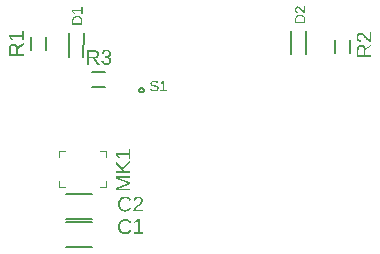
<source format=gto>
G04 EAGLE Gerber RS-274X export*
G75*
%MOMM*%
%FSLAX34Y34*%
%LPD*%
%INSilkscreen Top*%
%IPPOS*%
%AMOC8*
5,1,8,0,0,1.08239X$1,22.5*%
G01*
G04 Define Apertures*
%ADD10C,0.100000*%
%ADD11C,0.127000*%
G36*
X8850Y373234D02*
X-3491Y373234D01*
X-3491Y375432D01*
X5066Y378717D01*
X5602Y378889D01*
X6174Y379054D01*
X7028Y379269D01*
X6587Y379377D01*
X5964Y379562D01*
X5383Y379749D01*
X5066Y379864D01*
X-3491Y383087D01*
X-3491Y385233D01*
X8850Y385233D01*
X8850Y383727D01*
X617Y383727D01*
X-723Y383746D01*
X-2011Y383805D01*
X-614Y383398D01*
X-43Y383211D01*
X442Y383035D01*
X8850Y379847D01*
X8850Y378673D01*
X442Y375441D01*
X-1047Y374951D01*
X-2011Y374662D01*
X-1038Y374688D01*
X617Y374723D01*
X8850Y374723D01*
X8850Y373234D01*
G37*
G36*
X8850Y388171D02*
X-3491Y388171D01*
X-3491Y389844D01*
X2693Y389844D01*
X-3491Y395791D01*
X-3491Y397762D01*
X1869Y392507D01*
X8850Y398463D01*
X8850Y396387D01*
X2894Y391456D01*
X4120Y389844D01*
X8850Y389844D01*
X8850Y388171D01*
G37*
G36*
X8850Y400035D02*
X7510Y400035D01*
X7510Y403179D01*
X-1984Y403179D01*
X4Y400394D01*
X-1485Y400394D01*
X-3491Y403311D01*
X-3491Y404765D01*
X7510Y404765D01*
X7510Y407769D01*
X8850Y407769D01*
X8850Y400035D01*
G37*
G36*
X4359Y336142D02*
X3901Y336154D01*
X3458Y336190D01*
X3031Y336251D01*
X2620Y336336D01*
X2224Y336445D01*
X1844Y336578D01*
X1480Y336735D01*
X1132Y336917D01*
X801Y337121D01*
X491Y337346D01*
X201Y337592D01*
X-68Y337859D01*
X-318Y338146D01*
X-547Y338454D01*
X-755Y338783D01*
X-944Y339133D01*
X-1111Y339501D01*
X-1256Y339886D01*
X-1379Y340288D01*
X-1479Y340706D01*
X-1558Y341141D01*
X-1613Y341592D01*
X-1647Y342060D01*
X-1658Y342544D01*
X-1652Y342908D01*
X-1633Y343262D01*
X-1602Y343606D01*
X-1558Y343940D01*
X-1502Y344264D01*
X-1434Y344578D01*
X-1353Y344882D01*
X-1259Y345176D01*
X-1154Y345460D01*
X-1035Y345734D01*
X-761Y346252D01*
X-437Y346731D01*
X-64Y347169D01*
X354Y347561D01*
X810Y347901D01*
X1052Y348051D01*
X1304Y348188D01*
X1566Y348312D01*
X1837Y348423D01*
X2117Y348522D01*
X2408Y348606D01*
X2708Y348678D01*
X3017Y348737D01*
X3336Y348783D01*
X3665Y348816D01*
X4003Y348835D01*
X4351Y348842D01*
X4833Y348830D01*
X5295Y348794D01*
X5737Y348733D01*
X6159Y348649D01*
X6561Y348541D01*
X6942Y348408D01*
X7303Y348252D01*
X7644Y348071D01*
X7963Y347867D01*
X8261Y347639D01*
X8537Y347388D01*
X8791Y347114D01*
X9023Y346817D01*
X9233Y346496D01*
X9422Y346152D01*
X9588Y345785D01*
X8003Y345259D01*
X7887Y345521D01*
X7756Y345766D01*
X7608Y345996D01*
X7443Y346210D01*
X7263Y346408D01*
X7066Y346590D01*
X6853Y346756D01*
X6623Y346906D01*
X6380Y347040D01*
X6126Y347155D01*
X5861Y347253D01*
X5584Y347333D01*
X5297Y347395D01*
X4998Y347440D01*
X4689Y347466D01*
X4368Y347475D01*
X3870Y347455D01*
X3400Y347393D01*
X2959Y347290D01*
X2546Y347146D01*
X2162Y346960D01*
X1806Y346734D01*
X1479Y346466D01*
X1180Y346157D01*
X913Y345812D01*
X682Y345437D01*
X486Y345031D01*
X326Y344595D01*
X201Y344128D01*
X112Y343631D01*
X59Y343103D01*
X41Y342544D01*
X60Y341991D01*
X115Y341466D01*
X208Y340968D01*
X338Y340498D01*
X505Y340056D01*
X709Y339642D01*
X950Y339255D01*
X1228Y338896D01*
X1538Y338573D01*
X1874Y338293D01*
X2236Y338056D01*
X2624Y337862D01*
X3038Y337711D01*
X3479Y337603D01*
X3945Y337538D01*
X4438Y337517D01*
X4757Y337527D01*
X5066Y337557D01*
X5365Y337607D01*
X5654Y337677D01*
X5933Y337768D01*
X6201Y337878D01*
X6460Y338008D01*
X6709Y338158D01*
X6947Y338329D01*
X7176Y338519D01*
X7394Y338730D01*
X7603Y338960D01*
X7801Y339211D01*
X7989Y339482D01*
X8167Y339772D01*
X8336Y340083D01*
X9702Y339400D01*
X9502Y339013D01*
X9282Y338651D01*
X9044Y338312D01*
X8786Y337996D01*
X8508Y337705D01*
X8212Y337438D01*
X7896Y337194D01*
X7561Y336974D01*
X7209Y336779D01*
X6843Y336610D01*
X6464Y336467D01*
X6070Y336350D01*
X5663Y336259D01*
X5243Y336194D01*
X4808Y336155D01*
X4359Y336142D01*
G37*
G36*
X19500Y336317D02*
X11766Y336317D01*
X11766Y337657D01*
X14911Y337657D01*
X14911Y347151D01*
X12125Y345163D01*
X12125Y346652D01*
X15042Y348658D01*
X16496Y348658D01*
X16496Y337657D01*
X19500Y337657D01*
X19500Y336317D01*
G37*
G36*
X4359Y355242D02*
X3901Y355254D01*
X3458Y355290D01*
X3031Y355351D01*
X2620Y355436D01*
X2224Y355545D01*
X1844Y355678D01*
X1480Y355835D01*
X1132Y356017D01*
X801Y356221D01*
X491Y356446D01*
X201Y356692D01*
X-68Y356959D01*
X-318Y357246D01*
X-547Y357554D01*
X-755Y357883D01*
X-944Y358233D01*
X-1111Y358601D01*
X-1256Y358986D01*
X-1379Y359388D01*
X-1479Y359806D01*
X-1558Y360241D01*
X-1613Y360692D01*
X-1647Y361160D01*
X-1658Y361644D01*
X-1652Y362008D01*
X-1633Y362362D01*
X-1602Y362706D01*
X-1558Y363040D01*
X-1502Y363364D01*
X-1434Y363678D01*
X-1353Y363982D01*
X-1259Y364276D01*
X-1154Y364560D01*
X-1035Y364834D01*
X-761Y365352D01*
X-437Y365831D01*
X-64Y366269D01*
X354Y366661D01*
X810Y367001D01*
X1052Y367151D01*
X1304Y367288D01*
X1566Y367412D01*
X1837Y367523D01*
X2117Y367622D01*
X2408Y367706D01*
X2708Y367778D01*
X3017Y367837D01*
X3336Y367883D01*
X3665Y367916D01*
X4003Y367935D01*
X4351Y367942D01*
X4833Y367930D01*
X5295Y367894D01*
X5737Y367833D01*
X6159Y367749D01*
X6561Y367641D01*
X6942Y367508D01*
X7303Y367352D01*
X7644Y367171D01*
X7963Y366967D01*
X8261Y366739D01*
X8537Y366488D01*
X8791Y366214D01*
X9023Y365917D01*
X9233Y365596D01*
X9422Y365252D01*
X9588Y364885D01*
X8003Y364359D01*
X7887Y364621D01*
X7756Y364866D01*
X7608Y365096D01*
X7443Y365310D01*
X7263Y365508D01*
X7066Y365690D01*
X6853Y365856D01*
X6623Y366006D01*
X6380Y366140D01*
X6126Y366255D01*
X5861Y366353D01*
X5584Y366433D01*
X5297Y366495D01*
X4998Y366540D01*
X4689Y366566D01*
X4368Y366575D01*
X3870Y366555D01*
X3400Y366493D01*
X2959Y366390D01*
X2546Y366246D01*
X2162Y366060D01*
X1806Y365834D01*
X1479Y365566D01*
X1180Y365257D01*
X913Y364912D01*
X682Y364537D01*
X486Y364131D01*
X326Y363695D01*
X201Y363228D01*
X112Y362731D01*
X59Y362203D01*
X41Y361644D01*
X60Y361091D01*
X115Y360566D01*
X208Y360068D01*
X338Y359598D01*
X505Y359156D01*
X709Y358742D01*
X950Y358355D01*
X1228Y357996D01*
X1538Y357673D01*
X1874Y357393D01*
X2236Y357156D01*
X2624Y356962D01*
X3038Y356811D01*
X3479Y356703D01*
X3945Y356638D01*
X4438Y356617D01*
X4757Y356627D01*
X5066Y356657D01*
X5365Y356707D01*
X5654Y356777D01*
X5933Y356868D01*
X6201Y356978D01*
X6460Y357108D01*
X6709Y357258D01*
X6947Y357429D01*
X7176Y357619D01*
X7394Y357830D01*
X7603Y358060D01*
X7801Y358311D01*
X7989Y358582D01*
X8167Y358872D01*
X8336Y359183D01*
X9702Y358500D01*
X9502Y358113D01*
X9282Y357751D01*
X9044Y357412D01*
X8786Y357096D01*
X8508Y356805D01*
X8212Y356538D01*
X7896Y356294D01*
X7561Y356074D01*
X7209Y355879D01*
X6843Y355710D01*
X6464Y355567D01*
X6070Y355450D01*
X5663Y355359D01*
X5243Y355294D01*
X4808Y355255D01*
X4359Y355242D01*
G37*
G36*
X19474Y355417D02*
X11302Y355417D01*
X11302Y356529D01*
X11538Y357027D01*
X11798Y357494D01*
X12083Y357931D01*
X12393Y358338D01*
X12719Y358721D01*
X13053Y359085D01*
X13395Y359430D01*
X13746Y359757D01*
X14452Y360369D01*
X15152Y360935D01*
X15814Y361478D01*
X16408Y362021D01*
X16675Y362296D01*
X16915Y362577D01*
X17128Y362865D01*
X17315Y363160D01*
X17466Y363467D01*
X17574Y363795D01*
X17639Y364142D01*
X17661Y364508D01*
X17652Y364755D01*
X17624Y364988D01*
X17577Y365206D01*
X17512Y365410D01*
X17428Y365600D01*
X17326Y365776D01*
X17205Y365938D01*
X17065Y366085D01*
X16909Y366216D01*
X16738Y366330D01*
X16553Y366426D01*
X16354Y366505D01*
X16139Y366567D01*
X15911Y366610D01*
X15668Y366637D01*
X15410Y366645D01*
X15164Y366637D01*
X14928Y366611D01*
X14704Y366568D01*
X14491Y366509D01*
X14289Y366432D01*
X14099Y366338D01*
X13919Y366226D01*
X13750Y366098D01*
X13595Y365954D01*
X13458Y365797D01*
X13337Y365625D01*
X13232Y365440D01*
X13145Y365241D01*
X13074Y365028D01*
X13021Y364801D01*
X12984Y364561D01*
X11372Y364710D01*
X11430Y365070D01*
X11516Y365412D01*
X11631Y365735D01*
X11774Y366039D01*
X11945Y366324D01*
X12145Y366590D01*
X12373Y366837D01*
X12629Y367066D01*
X12909Y367271D01*
X13208Y367449D01*
X13527Y367600D01*
X13865Y367723D01*
X14222Y367819D01*
X14599Y367887D01*
X14995Y367928D01*
X15410Y367942D01*
X15863Y367928D01*
X16289Y367887D01*
X16688Y367818D01*
X17060Y367722D01*
X17405Y367598D01*
X17723Y367447D01*
X18014Y367268D01*
X18278Y367061D01*
X18513Y366830D01*
X18717Y366575D01*
X18889Y366297D01*
X19030Y365996D01*
X19140Y365672D01*
X19218Y365325D01*
X19265Y364954D01*
X19281Y364561D01*
X19261Y364202D01*
X19199Y363845D01*
X19096Y363489D01*
X18953Y363133D01*
X18769Y362779D01*
X18544Y362424D01*
X18280Y362069D01*
X17976Y361714D01*
X17578Y361311D01*
X17032Y360810D01*
X16339Y360212D01*
X15497Y359516D01*
X15020Y359114D01*
X14593Y358733D01*
X14218Y358372D01*
X13895Y358031D01*
X13618Y357704D01*
X13382Y357382D01*
X13189Y357067D01*
X13036Y356757D01*
X19474Y356757D01*
X19474Y355417D01*
G37*
G36*
X29085Y457076D02*
X28696Y457085D01*
X28328Y457111D01*
X27980Y457154D01*
X27654Y457215D01*
X27349Y457293D01*
X27065Y457388D01*
X26801Y457501D01*
X26559Y457632D01*
X26338Y457779D01*
X26138Y457944D01*
X25958Y458127D01*
X25800Y458326D01*
X25663Y458544D01*
X25547Y458778D01*
X25452Y459030D01*
X25378Y459299D01*
X26526Y459529D01*
X26583Y459338D01*
X26654Y459161D01*
X26738Y458996D01*
X26837Y458845D01*
X26950Y458707D01*
X27076Y458582D01*
X27217Y458470D01*
X27371Y458371D01*
X27540Y458284D01*
X27723Y458209D01*
X27921Y458145D01*
X28133Y458094D01*
X28360Y458053D01*
X28602Y458024D01*
X29129Y458001D01*
X29408Y458007D01*
X29670Y458026D01*
X29916Y458057D01*
X30146Y458100D01*
X30360Y458155D01*
X30557Y458223D01*
X30737Y458303D01*
X30902Y458395D01*
X31048Y458500D01*
X31175Y458616D01*
X31282Y458743D01*
X31370Y458882D01*
X31438Y459033D01*
X31487Y459195D01*
X31516Y459369D01*
X31526Y459554D01*
X31514Y459758D01*
X31477Y459942D01*
X31416Y460106D01*
X31330Y460249D01*
X31222Y460377D01*
X31095Y460493D01*
X30948Y460597D01*
X30781Y460690D01*
X30392Y460850D01*
X29936Y460982D01*
X28849Y461237D01*
X28362Y461352D01*
X27937Y461466D01*
X27575Y461581D01*
X27275Y461696D01*
X27020Y461814D01*
X26794Y461939D01*
X26597Y462071D01*
X26427Y462209D01*
X26281Y462356D01*
X26153Y462515D01*
X26043Y462687D01*
X25952Y462870D01*
X25880Y463066D01*
X25829Y463277D01*
X25798Y463501D01*
X25787Y463739D01*
X25801Y464012D01*
X25841Y464269D01*
X25908Y464510D01*
X26002Y464735D01*
X26123Y464943D01*
X26271Y465136D01*
X26446Y465312D01*
X26648Y465472D01*
X26874Y465615D01*
X27124Y465738D01*
X27397Y465843D01*
X27693Y465929D01*
X28013Y465995D01*
X28355Y466043D01*
X28721Y466071D01*
X29110Y466081D01*
X29472Y466074D01*
X29811Y466052D01*
X30129Y466017D01*
X30425Y465967D01*
X30699Y465902D01*
X30951Y465824D01*
X31181Y465731D01*
X31389Y465624D01*
X31579Y465500D01*
X31754Y465356D01*
X31914Y465192D01*
X32060Y465007D01*
X32191Y464803D01*
X32307Y464578D01*
X32408Y464333D01*
X32495Y464069D01*
X31327Y463864D01*
X31209Y464188D01*
X31048Y464464D01*
X30843Y464692D01*
X30594Y464873D01*
X30298Y465010D01*
X29950Y465108D01*
X29550Y465167D01*
X29098Y465186D01*
X28604Y465165D01*
X28172Y465100D01*
X27980Y465051D01*
X27803Y464991D01*
X27641Y464920D01*
X27495Y464839D01*
X27366Y464746D01*
X27253Y464643D01*
X27158Y464530D01*
X27081Y464406D01*
X27020Y464271D01*
X26977Y464125D01*
X26951Y463969D01*
X26943Y463802D01*
X26956Y463608D01*
X26996Y463433D01*
X27063Y463275D01*
X27157Y463134D01*
X27276Y463007D01*
X27418Y462890D01*
X27585Y462783D01*
X27775Y462687D01*
X28027Y462590D01*
X28379Y462483D01*
X29383Y462237D01*
X30187Y462047D01*
X30579Y461942D01*
X30954Y461817D01*
X31309Y461672D01*
X31641Y461504D01*
X31940Y461303D01*
X32196Y461063D01*
X32308Y460927D01*
X32407Y460779D01*
X32493Y460619D01*
X32566Y460448D01*
X32624Y460263D01*
X32666Y460063D01*
X32691Y459847D01*
X32700Y459616D01*
X32685Y459322D01*
X32640Y459044D01*
X32566Y458784D01*
X32463Y458541D01*
X32330Y458316D01*
X32167Y458107D01*
X31974Y457915D01*
X31752Y457740D01*
X31504Y457585D01*
X31231Y457450D01*
X30933Y457335D01*
X30612Y457242D01*
X30267Y457169D01*
X29897Y457117D01*
X29503Y457086D01*
X29085Y457076D01*
G37*
G36*
X39721Y457200D02*
X34238Y457200D01*
X34238Y458150D01*
X36467Y458150D01*
X36467Y464882D01*
X34492Y463472D01*
X34492Y464528D01*
X36560Y465950D01*
X37591Y465950D01*
X37591Y458150D01*
X39721Y458150D01*
X39721Y457200D01*
G37*
G36*
X-31829Y513396D02*
X-40579Y513472D01*
X-40554Y516366D01*
X-40532Y516906D01*
X-40475Y517414D01*
X-40384Y517889D01*
X-40258Y518333D01*
X-40098Y518745D01*
X-39903Y519124D01*
X-39674Y519472D01*
X-39409Y519788D01*
X-39114Y520068D01*
X-38789Y520311D01*
X-38435Y520515D01*
X-38052Y520682D01*
X-37640Y520810D01*
X-37198Y520901D01*
X-36728Y520953D01*
X-36229Y520968D01*
X-35896Y520957D01*
X-35573Y520929D01*
X-35262Y520885D01*
X-34961Y520825D01*
X-34670Y520748D01*
X-34391Y520655D01*
X-34122Y520545D01*
X-33864Y520419D01*
X-33619Y520278D01*
X-33389Y520124D01*
X-33173Y519955D01*
X-32973Y519773D01*
X-32788Y519578D01*
X-32617Y519368D01*
X-32462Y519146D01*
X-32322Y518909D01*
X-32197Y518661D01*
X-32090Y518404D01*
X-31999Y518138D01*
X-31925Y517862D01*
X-31869Y517578D01*
X-31829Y517284D01*
X-31807Y516981D01*
X-31801Y516669D01*
X-31829Y513396D01*
G37*
%LPC*%
G36*
X-32769Y514590D02*
X-32752Y516540D01*
X-32757Y516777D01*
X-32774Y517007D01*
X-32806Y517230D01*
X-32850Y517446D01*
X-32907Y517654D01*
X-32978Y517855D01*
X-33160Y518236D01*
X-33391Y518582D01*
X-33669Y518886D01*
X-33995Y519148D01*
X-34367Y519368D01*
X-34781Y519543D01*
X-35231Y519669D01*
X-35469Y519714D01*
X-35717Y519746D01*
X-35973Y519767D01*
X-36239Y519775D01*
X-36634Y519765D01*
X-37005Y519726D01*
X-37352Y519660D01*
X-37675Y519565D01*
X-37974Y519442D01*
X-38249Y519292D01*
X-38500Y519113D01*
X-38728Y518906D01*
X-38930Y518672D01*
X-39106Y518414D01*
X-39255Y518130D01*
X-39378Y517821D01*
X-39474Y517487D01*
X-39544Y517127D01*
X-39587Y516743D01*
X-39604Y516333D01*
X-39619Y514650D01*
X-32769Y514590D01*
G37*
%LPD*%
G36*
X-31750Y522509D02*
X-32700Y522517D01*
X-32681Y524746D01*
X-39412Y524805D01*
X-38020Y522818D01*
X-39076Y522827D01*
X-40480Y524908D01*
X-40471Y525938D01*
X-32671Y525870D01*
X-32652Y528000D01*
X-31702Y527992D01*
X-31750Y522509D01*
G37*
G36*
X156975Y514443D02*
X148225Y514443D01*
X148225Y517337D01*
X148242Y517877D01*
X148294Y518386D01*
X148381Y518862D01*
X148503Y519307D01*
X148660Y519720D01*
X148852Y520101D01*
X149078Y520451D01*
X149339Y520769D01*
X149633Y521052D01*
X149956Y521297D01*
X150308Y521505D01*
X150689Y521674D01*
X151100Y521807D01*
X151541Y521901D01*
X152011Y521958D01*
X152510Y521976D01*
X152843Y521968D01*
X153166Y521943D01*
X153478Y521902D01*
X153779Y521844D01*
X154070Y521770D01*
X154350Y521680D01*
X154620Y521572D01*
X154879Y521449D01*
X155125Y521310D01*
X155357Y521157D01*
X155574Y520991D01*
X155776Y520810D01*
X155963Y520616D01*
X156135Y520409D01*
X156292Y520187D01*
X156435Y519952D01*
X156561Y519705D01*
X156671Y519449D01*
X156764Y519183D01*
X156840Y518909D01*
X156899Y518624D01*
X156941Y518331D01*
X156967Y518028D01*
X156975Y517716D01*
X156975Y514443D01*
G37*
%LPC*%
G36*
X156025Y515630D02*
X156025Y517580D01*
X156018Y517817D01*
X155998Y518046D01*
X155965Y518269D01*
X155919Y518484D01*
X155860Y518692D01*
X155787Y518892D01*
X155603Y519272D01*
X155368Y519616D01*
X155087Y519917D01*
X154759Y520176D01*
X154385Y520393D01*
X153970Y520564D01*
X153519Y520686D01*
X153280Y520729D01*
X153032Y520760D01*
X152775Y520778D01*
X152510Y520784D01*
X152115Y520770D01*
X151745Y520728D01*
X151398Y520659D01*
X151076Y520561D01*
X150778Y520436D01*
X150504Y520283D01*
X150254Y520102D01*
X150029Y519893D01*
X149829Y519658D01*
X149655Y519397D01*
X149508Y519112D01*
X149388Y518802D01*
X149295Y518467D01*
X149228Y518107D01*
X149188Y517722D01*
X149175Y517313D01*
X149175Y515630D01*
X156025Y515630D01*
G37*
%LPD*%
G36*
X156975Y523227D02*
X156186Y523227D01*
X155834Y523394D01*
X155502Y523579D01*
X155192Y523781D01*
X154904Y524000D01*
X154374Y524468D01*
X153898Y524960D01*
X153464Y525461D01*
X153063Y525957D01*
X152677Y526426D01*
X152292Y526848D01*
X152098Y527037D01*
X151898Y527207D01*
X151694Y527358D01*
X151485Y527491D01*
X151267Y527598D01*
X151035Y527675D01*
X150789Y527721D01*
X150529Y527736D01*
X150354Y527729D01*
X150189Y527709D01*
X150034Y527676D01*
X149889Y527630D01*
X149754Y527571D01*
X149630Y527498D01*
X149515Y527413D01*
X149411Y527314D01*
X149237Y527082D01*
X149169Y526951D01*
X149113Y526809D01*
X149069Y526657D01*
X149038Y526495D01*
X149020Y526323D01*
X149013Y526140D01*
X149019Y525965D01*
X149038Y525798D01*
X149110Y525488D01*
X149232Y525210D01*
X149402Y524963D01*
X149615Y524755D01*
X149868Y524596D01*
X150160Y524484D01*
X150491Y524420D01*
X150386Y523277D01*
X150130Y523318D01*
X149888Y523379D01*
X149659Y523460D01*
X149443Y523562D01*
X149241Y523683D01*
X149053Y523825D01*
X148877Y523986D01*
X148715Y524168D01*
X148570Y524367D01*
X148444Y524579D01*
X148337Y524805D01*
X148250Y525044D01*
X148182Y525298D01*
X148133Y525565D01*
X148104Y525845D01*
X148094Y526140D01*
X148104Y526461D01*
X148133Y526763D01*
X148182Y527046D01*
X148250Y527310D01*
X148338Y527554D01*
X148445Y527780D01*
X148572Y527986D01*
X148718Y528174D01*
X148883Y528340D01*
X149063Y528485D01*
X149260Y528607D01*
X149474Y528707D01*
X149704Y528785D01*
X149950Y528840D01*
X150212Y528874D01*
X150491Y528885D01*
X150746Y528870D01*
X150999Y528827D01*
X151252Y528754D01*
X151504Y528652D01*
X151755Y528521D01*
X152007Y528362D01*
X152258Y528175D01*
X152510Y527959D01*
X152796Y527677D01*
X153151Y527290D01*
X154069Y526202D01*
X154624Y525561D01*
X155121Y525065D01*
X155354Y524869D01*
X155582Y524702D01*
X155805Y524565D01*
X156025Y524457D01*
X156025Y529021D01*
X156975Y529021D01*
X156975Y523227D01*
G37*
G36*
X-81610Y487303D02*
X-93951Y487303D01*
X-93951Y493110D01*
X-93936Y493616D01*
X-93892Y494092D01*
X-93820Y494539D01*
X-93718Y494957D01*
X-93586Y495344D01*
X-93426Y495702D01*
X-93237Y496030D01*
X-93018Y496328D01*
X-92773Y496594D01*
X-92506Y496825D01*
X-92216Y497020D01*
X-91902Y497179D01*
X-91566Y497303D01*
X-91207Y497392D01*
X-90826Y497445D01*
X-90421Y497463D01*
X-90084Y497450D01*
X-89761Y497413D01*
X-89451Y497350D01*
X-89155Y497262D01*
X-88873Y497150D01*
X-88605Y497012D01*
X-88350Y496849D01*
X-88109Y496661D01*
X-87885Y496451D01*
X-87684Y496222D01*
X-87503Y495975D01*
X-87437Y495864D01*
X-87345Y495708D01*
X-87208Y495422D01*
X-87092Y495117D01*
X-86999Y494793D01*
X-86926Y494450D01*
X-84663Y495941D01*
X-81610Y497953D01*
X-81610Y496026D01*
X-86734Y492821D01*
X-86734Y488976D01*
X-81610Y488976D01*
X-81610Y487303D01*
G37*
%LPC*%
G36*
X-88056Y488976D02*
X-88056Y493013D01*
X-88066Y493335D01*
X-88095Y493637D01*
X-88143Y493921D01*
X-88211Y494186D01*
X-88297Y494432D01*
X-88404Y494660D01*
X-88529Y494868D01*
X-88674Y495058D01*
X-88836Y495228D01*
X-89013Y495375D01*
X-89206Y495499D01*
X-89415Y495600D01*
X-89639Y495679D01*
X-89878Y495736D01*
X-90133Y495770D01*
X-90404Y495781D01*
X-90665Y495770D01*
X-90910Y495735D01*
X-91140Y495678D01*
X-91353Y495598D01*
X-91550Y495495D01*
X-91731Y495370D01*
X-91897Y495221D01*
X-92046Y495050D01*
X-92178Y494857D01*
X-92293Y494644D01*
X-92390Y494411D01*
X-92470Y494157D01*
X-92531Y493884D01*
X-92575Y493590D01*
X-92602Y493277D01*
X-92611Y492943D01*
X-92611Y488976D01*
X-88056Y488976D01*
G37*
%LPD*%
G36*
X-81610Y500166D02*
X-82950Y500166D01*
X-82950Y503311D01*
X-92444Y503311D01*
X-90456Y500525D01*
X-91945Y500525D01*
X-93951Y503442D01*
X-93951Y504896D01*
X-82950Y504896D01*
X-82950Y507900D01*
X-81610Y507900D01*
X-81610Y500166D01*
G37*
G36*
X212890Y486303D02*
X200549Y486303D01*
X200549Y492110D01*
X200564Y492616D01*
X200608Y493092D01*
X200680Y493539D01*
X200782Y493957D01*
X200914Y494344D01*
X201074Y494702D01*
X201263Y495030D01*
X201482Y495328D01*
X201727Y495594D01*
X201994Y495825D01*
X202284Y496020D01*
X202598Y496179D01*
X202934Y496303D01*
X203293Y496392D01*
X203674Y496445D01*
X204079Y496463D01*
X204416Y496450D01*
X204739Y496413D01*
X205049Y496350D01*
X205345Y496262D01*
X205627Y496150D01*
X205895Y496012D01*
X206150Y495849D01*
X206391Y495661D01*
X206615Y495451D01*
X206817Y495222D01*
X206997Y494975D01*
X207063Y494864D01*
X207155Y494708D01*
X207292Y494422D01*
X207408Y494117D01*
X207501Y493793D01*
X207574Y493450D01*
X209837Y494941D01*
X212890Y496953D01*
X212890Y495026D01*
X207766Y491821D01*
X207766Y487976D01*
X212890Y487976D01*
X212890Y486303D01*
G37*
%LPC*%
G36*
X206444Y487976D02*
X206444Y492013D01*
X206434Y492335D01*
X206405Y492637D01*
X206357Y492921D01*
X206289Y493186D01*
X206203Y493432D01*
X206096Y493660D01*
X205971Y493868D01*
X205826Y494058D01*
X205664Y494228D01*
X205487Y494375D01*
X205294Y494499D01*
X205085Y494600D01*
X204861Y494679D01*
X204622Y494736D01*
X204367Y494770D01*
X204096Y494781D01*
X203835Y494770D01*
X203590Y494735D01*
X203361Y494678D01*
X203147Y494598D01*
X202950Y494495D01*
X202769Y494370D01*
X202603Y494221D01*
X202454Y494050D01*
X202322Y493857D01*
X202207Y493644D01*
X202110Y493411D01*
X202031Y493157D01*
X201969Y492884D01*
X201925Y492590D01*
X201898Y492277D01*
X201889Y491943D01*
X201889Y487976D01*
X206444Y487976D01*
G37*
%LPD*%
G36*
X212890Y498702D02*
X211778Y498702D01*
X211280Y498938D01*
X210813Y499198D01*
X210376Y499483D01*
X209969Y499793D01*
X209586Y500119D01*
X209222Y500453D01*
X208877Y500795D01*
X208550Y501146D01*
X207938Y501852D01*
X207372Y502552D01*
X206829Y503214D01*
X206286Y503808D01*
X206011Y504075D01*
X205730Y504315D01*
X205442Y504528D01*
X205147Y504715D01*
X204840Y504866D01*
X204512Y504974D01*
X204165Y505039D01*
X203799Y505061D01*
X203552Y505052D01*
X203319Y505024D01*
X203101Y504977D01*
X202897Y504912D01*
X202707Y504828D01*
X202531Y504726D01*
X202369Y504605D01*
X202222Y504465D01*
X202091Y504309D01*
X201977Y504138D01*
X201881Y503953D01*
X201802Y503754D01*
X201740Y503539D01*
X201697Y503311D01*
X201670Y503068D01*
X201662Y502810D01*
X201670Y502564D01*
X201696Y502328D01*
X201739Y502104D01*
X201798Y501891D01*
X201875Y501689D01*
X201969Y501499D01*
X202081Y501319D01*
X202209Y501150D01*
X202353Y500995D01*
X202510Y500858D01*
X202682Y500737D01*
X202867Y500632D01*
X203066Y500545D01*
X203279Y500474D01*
X203506Y500421D01*
X203746Y500384D01*
X203597Y498772D01*
X203237Y498830D01*
X202895Y498916D01*
X202572Y499031D01*
X202268Y499174D01*
X201983Y499345D01*
X201717Y499545D01*
X201470Y499773D01*
X201241Y500029D01*
X201036Y500309D01*
X200858Y500608D01*
X200707Y500927D01*
X200584Y501265D01*
X200488Y501622D01*
X200420Y501999D01*
X200379Y502395D01*
X200365Y502810D01*
X200379Y503263D01*
X200420Y503689D01*
X200489Y504088D01*
X200585Y504460D01*
X200709Y504805D01*
X200860Y505123D01*
X201039Y505414D01*
X201246Y505678D01*
X201477Y505913D01*
X201732Y506117D01*
X202010Y506289D01*
X202311Y506430D01*
X202635Y506540D01*
X202982Y506618D01*
X203353Y506665D01*
X203746Y506681D01*
X204105Y506661D01*
X204462Y506599D01*
X204818Y506496D01*
X205174Y506353D01*
X205528Y506169D01*
X205883Y505944D01*
X206238Y505680D01*
X206593Y505376D01*
X206996Y504978D01*
X207497Y504432D01*
X208095Y503739D01*
X208791Y502897D01*
X209193Y502420D01*
X209574Y501993D01*
X209935Y501618D01*
X210276Y501295D01*
X210603Y501018D01*
X210925Y500782D01*
X211240Y500589D01*
X211550Y500436D01*
X211550Y506874D01*
X212890Y506874D01*
X212890Y498702D01*
G37*
G36*
X-26324Y479710D02*
X-27997Y479710D01*
X-27997Y492051D01*
X-22190Y492051D01*
X-21684Y492036D01*
X-21208Y491992D01*
X-20761Y491920D01*
X-20343Y491818D01*
X-19956Y491686D01*
X-19598Y491526D01*
X-19270Y491337D01*
X-18972Y491118D01*
X-18706Y490873D01*
X-18475Y490606D01*
X-18280Y490316D01*
X-18121Y490002D01*
X-17997Y489666D01*
X-17908Y489307D01*
X-17855Y488926D01*
X-17837Y488521D01*
X-17850Y488184D01*
X-17888Y487861D01*
X-17950Y487551D01*
X-18038Y487255D01*
X-18150Y486973D01*
X-18288Y486705D01*
X-18451Y486450D01*
X-18639Y486209D01*
X-18849Y485985D01*
X-19078Y485784D01*
X-19325Y485603D01*
X-19436Y485537D01*
X-19592Y485445D01*
X-19878Y485308D01*
X-20183Y485192D01*
X-20507Y485099D01*
X-20850Y485026D01*
X-19359Y482763D01*
X-17347Y479710D01*
X-19274Y479710D01*
X-22479Y484834D01*
X-26324Y484834D01*
X-26324Y479710D01*
G37*
%LPC*%
G36*
X-22287Y486156D02*
X-21966Y486166D01*
X-21663Y486195D01*
X-21379Y486243D01*
X-21114Y486311D01*
X-20868Y486397D01*
X-20640Y486504D01*
X-20432Y486629D01*
X-20242Y486774D01*
X-20072Y486936D01*
X-19926Y487113D01*
X-19801Y487306D01*
X-19700Y487515D01*
X-19621Y487739D01*
X-19564Y487978D01*
X-19530Y488233D01*
X-19519Y488504D01*
X-19531Y488765D01*
X-19565Y489010D01*
X-19622Y489240D01*
X-19702Y489453D01*
X-19805Y489650D01*
X-19930Y489831D01*
X-20079Y489997D01*
X-20250Y490146D01*
X-20443Y490278D01*
X-20656Y490393D01*
X-20889Y490490D01*
X-21143Y490570D01*
X-21416Y490631D01*
X-21710Y490675D01*
X-22023Y490702D01*
X-22357Y490711D01*
X-26324Y490711D01*
X-26324Y486156D01*
X-22287Y486156D01*
G37*
%LPD*%
G36*
X-11499Y479535D02*
X-11956Y479548D01*
X-12389Y479588D01*
X-12798Y479654D01*
X-13184Y479746D01*
X-13546Y479865D01*
X-13884Y480010D01*
X-14199Y480182D01*
X-14490Y480380D01*
X-14755Y480604D01*
X-14992Y480853D01*
X-15200Y481128D01*
X-15380Y481428D01*
X-15532Y481753D01*
X-15655Y482104D01*
X-15750Y482479D01*
X-15817Y482881D01*
X-14188Y483029D01*
X-14140Y482764D01*
X-14077Y482516D01*
X-13997Y482285D01*
X-13901Y482072D01*
X-13790Y481875D01*
X-13662Y481695D01*
X-13518Y481533D01*
X-13358Y481387D01*
X-13182Y481259D01*
X-12990Y481148D01*
X-12781Y481054D01*
X-12557Y480977D01*
X-12317Y480917D01*
X-12060Y480874D01*
X-11788Y480848D01*
X-11499Y480840D01*
X-11209Y480849D01*
X-10935Y480877D01*
X-10678Y480922D01*
X-10436Y480987D01*
X-10210Y481069D01*
X-10000Y481170D01*
X-9807Y481289D01*
X-9629Y481427D01*
X-9470Y481582D01*
X-9332Y481756D01*
X-9215Y481947D01*
X-9120Y482156D01*
X-9046Y482383D01*
X-8993Y482627D01*
X-8961Y482889D01*
X-8950Y483170D01*
X-8962Y483415D01*
X-8999Y483646D01*
X-9059Y483863D01*
X-9144Y484066D01*
X-9253Y484256D01*
X-9386Y484432D01*
X-9544Y484594D01*
X-9725Y484742D01*
X-9930Y484874D01*
X-10156Y484989D01*
X-10403Y485086D01*
X-10672Y485165D01*
X-10963Y485227D01*
X-11275Y485271D01*
X-11608Y485298D01*
X-11963Y485307D01*
X-12856Y485307D01*
X-12856Y486673D01*
X-11998Y486673D01*
X-11683Y486682D01*
X-11386Y486708D01*
X-11108Y486752D01*
X-10847Y486814D01*
X-10605Y486894D01*
X-10381Y486991D01*
X-10176Y487106D01*
X-9988Y487238D01*
X-9821Y487386D01*
X-9676Y487548D01*
X-9553Y487723D01*
X-9453Y487911D01*
X-9375Y488113D01*
X-9319Y488329D01*
X-9285Y488559D01*
X-9274Y488801D01*
X-9283Y489042D01*
X-9311Y489270D01*
X-9356Y489485D01*
X-9420Y489687D01*
X-9502Y489876D01*
X-9602Y490052D01*
X-9720Y490215D01*
X-9857Y490365D01*
X-10011Y490499D01*
X-10183Y490616D01*
X-10373Y490714D01*
X-10580Y490795D01*
X-10805Y490858D01*
X-11048Y490903D01*
X-11308Y490929D01*
X-11586Y490938D01*
X-11841Y490930D01*
X-12083Y490905D01*
X-12312Y490863D01*
X-12529Y490805D01*
X-12734Y490730D01*
X-12926Y490638D01*
X-13105Y490529D01*
X-13273Y490404D01*
X-13425Y490264D01*
X-13561Y490110D01*
X-13680Y489942D01*
X-13782Y489760D01*
X-13867Y489565D01*
X-13935Y489356D01*
X-13987Y489134D01*
X-14021Y488898D01*
X-15607Y489020D01*
X-15549Y489389D01*
X-15462Y489736D01*
X-15348Y490063D01*
X-15205Y490369D01*
X-15034Y490654D01*
X-14834Y490919D01*
X-14606Y491162D01*
X-14350Y491385D01*
X-14070Y491584D01*
X-13770Y491757D01*
X-13452Y491903D01*
X-13114Y492022D01*
X-12757Y492115D01*
X-12380Y492182D01*
X-11984Y492221D01*
X-11569Y492235D01*
X-11118Y492221D01*
X-10692Y492181D01*
X-10293Y492113D01*
X-9919Y492019D01*
X-9571Y491898D01*
X-9249Y491749D01*
X-8953Y491574D01*
X-8683Y491372D01*
X-8442Y491146D01*
X-8233Y490898D01*
X-8056Y490630D01*
X-7911Y490340D01*
X-7799Y490028D01*
X-7718Y489696D01*
X-7670Y489343D01*
X-7654Y488968D01*
X-7664Y488679D01*
X-7695Y488404D01*
X-7747Y488143D01*
X-7819Y487896D01*
X-7912Y487663D01*
X-8026Y487443D01*
X-8160Y487237D01*
X-8315Y487045D01*
X-8490Y486868D01*
X-8683Y486705D01*
X-8895Y486557D01*
X-9126Y486425D01*
X-9376Y486307D01*
X-9645Y486204D01*
X-9932Y486116D01*
X-10238Y486042D01*
X-10238Y486007D01*
X-9901Y485960D01*
X-9584Y485894D01*
X-9286Y485807D01*
X-9007Y485701D01*
X-8747Y485575D01*
X-8507Y485429D01*
X-8285Y485264D01*
X-8083Y485079D01*
X-7902Y484878D01*
X-7746Y484664D01*
X-7613Y484438D01*
X-7505Y484199D01*
X-7421Y483947D01*
X-7360Y483683D01*
X-7324Y483406D01*
X-7312Y483117D01*
X-7329Y482702D01*
X-7380Y482311D01*
X-7465Y481945D01*
X-7584Y481602D01*
X-7737Y481283D01*
X-7923Y480989D01*
X-8144Y480718D01*
X-8398Y480472D01*
X-8684Y480252D01*
X-8999Y480062D01*
X-9343Y479901D01*
X-9717Y479769D01*
X-10119Y479667D01*
X-10550Y479593D01*
X-11010Y479550D01*
X-11499Y479535D01*
G37*
D10*
X-11600Y401200D02*
X-11600Y406200D01*
X-16600Y406200D01*
X-46600Y406200D02*
X-51600Y406200D01*
X-51600Y401200D01*
X-51600Y381200D02*
X-51600Y376200D01*
X-46600Y376200D01*
X-11600Y376200D02*
X-11600Y381200D01*
X-11600Y376200D02*
X-16600Y376200D01*
D11*
X-23400Y345967D02*
X-45400Y345967D01*
X-45400Y325033D02*
X-23400Y325033D01*
X-23400Y370067D02*
X-45400Y370067D01*
X-45400Y349133D02*
X-23400Y349133D01*
X16152Y458186D02*
X16154Y458276D01*
X16160Y458366D01*
X16170Y458455D01*
X16184Y458544D01*
X16202Y458632D01*
X16223Y458719D01*
X16249Y458805D01*
X16278Y458890D01*
X16311Y458974D01*
X16348Y459056D01*
X16388Y459136D01*
X16432Y459215D01*
X16479Y459291D01*
X16530Y459366D01*
X16583Y459438D01*
X16640Y459507D01*
X16700Y459574D01*
X16763Y459639D01*
X16829Y459700D01*
X16897Y459759D01*
X16968Y459814D01*
X17041Y459866D01*
X17117Y459915D01*
X17194Y459961D01*
X17274Y460003D01*
X17355Y460041D01*
X17438Y460076D01*
X17522Y460107D01*
X17608Y460135D01*
X17694Y460158D01*
X17782Y460178D01*
X17871Y460194D01*
X17960Y460206D01*
X18049Y460214D01*
X18139Y460218D01*
X18229Y460218D01*
X18319Y460214D01*
X18408Y460206D01*
X18497Y460194D01*
X18586Y460178D01*
X18674Y460158D01*
X18760Y460135D01*
X18846Y460107D01*
X18930Y460076D01*
X19013Y460041D01*
X19094Y460003D01*
X19174Y459961D01*
X19251Y459915D01*
X19327Y459866D01*
X19400Y459814D01*
X19471Y459759D01*
X19539Y459700D01*
X19605Y459639D01*
X19668Y459574D01*
X19728Y459507D01*
X19785Y459438D01*
X19838Y459366D01*
X19889Y459291D01*
X19936Y459215D01*
X19980Y459136D01*
X20020Y459056D01*
X20057Y458974D01*
X20090Y458890D01*
X20119Y458805D01*
X20145Y458719D01*
X20166Y458632D01*
X20184Y458544D01*
X20198Y458455D01*
X20208Y458366D01*
X20214Y458276D01*
X20216Y458186D01*
X20214Y458096D01*
X20208Y458006D01*
X20198Y457917D01*
X20184Y457828D01*
X20166Y457740D01*
X20145Y457653D01*
X20119Y457567D01*
X20090Y457482D01*
X20057Y457398D01*
X20020Y457316D01*
X19980Y457236D01*
X19936Y457157D01*
X19889Y457081D01*
X19838Y457006D01*
X19785Y456934D01*
X19728Y456865D01*
X19668Y456798D01*
X19605Y456733D01*
X19539Y456672D01*
X19471Y456613D01*
X19400Y456558D01*
X19327Y456506D01*
X19251Y456457D01*
X19174Y456411D01*
X19094Y456369D01*
X19013Y456331D01*
X18930Y456296D01*
X18846Y456265D01*
X18760Y456237D01*
X18674Y456214D01*
X18586Y456194D01*
X18497Y456178D01*
X18408Y456166D01*
X18319Y456158D01*
X18229Y456154D01*
X18139Y456154D01*
X18049Y456158D01*
X17960Y456166D01*
X17871Y456178D01*
X17782Y456194D01*
X17694Y456214D01*
X17608Y456237D01*
X17522Y456265D01*
X17438Y456296D01*
X17355Y456331D01*
X17274Y456369D01*
X17194Y456411D01*
X17117Y456457D01*
X17041Y456506D01*
X16968Y456558D01*
X16897Y456613D01*
X16829Y456672D01*
X16763Y456733D01*
X16700Y456798D01*
X16640Y456865D01*
X16583Y456934D01*
X16530Y457006D01*
X16479Y457081D01*
X16432Y457157D01*
X16388Y457236D01*
X16348Y457316D01*
X16311Y457398D01*
X16278Y457482D01*
X16249Y457567D01*
X16223Y457653D01*
X16202Y457740D01*
X16184Y457828D01*
X16170Y457917D01*
X16160Y458006D01*
X16154Y458096D01*
X16152Y458186D01*
X-30938Y486246D02*
X-30763Y506245D01*
X-43262Y506354D02*
X-43437Y486355D01*
X157650Y488300D02*
X157650Y508300D01*
X145150Y508300D02*
X145150Y488300D01*
X-75260Y491800D02*
X-75260Y502800D01*
X-62540Y502800D02*
X-62540Y491800D01*
X182240Y489800D02*
X182240Y500800D01*
X194960Y500800D02*
X194960Y489800D01*
X-12500Y473360D02*
X-23500Y473360D01*
X-23500Y460640D02*
X-12500Y460640D01*
M02*

</source>
